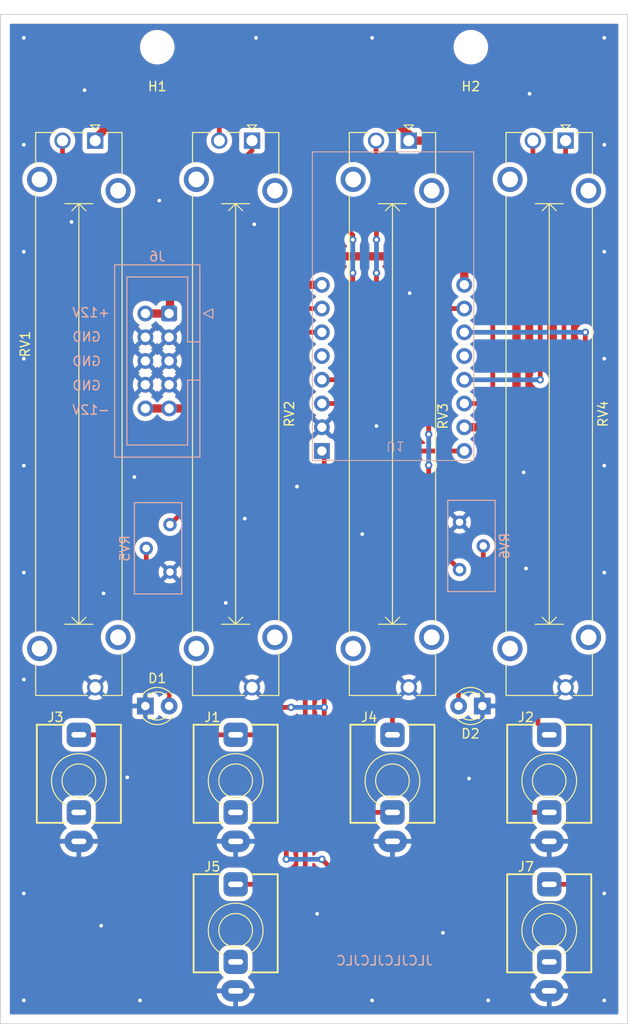
<source format=kicad_pcb>
(kicad_pcb (version 20221018) (generator pcbnew)
  (layers (0 "F.Cu" signal) (31 "B.Cu" signal) (34 "B.Paste" user) (35 "F.Paste" user) (36 "B.SilkS" user "B.Silkscreen") (37 "F.SilkS" user "F.Silkscreen") (38 "B.Mask" user) (39 "F.Mask" user) (44 "Edge.Cuts" user))
  (net 0 "")
  (net 1 "Net-(J1-PadT)")
  (net 2 "GND")
  (net 3 "Net-(J2-PadT)")
  (net 4 "+12V")
  (net 5 "-12V")
  (net 6 "Net-(D1-A)")
  (net 7 "Net-(D2-A)")
  (net 9 "IN_1")
  (net 11 "IN_2")
  (net 12 "OUT_1")
  (net 14 "OUT_2")
  (net 16 "+10V")
  (net 17 "POT_1")
  (net 18 "POT_2")
  (net 19 "CV_1")
  (net 20 "CV_2")
  (net 21 "LED_1")
  (net 22 "LED_2")
  (footprint "MountingHole:MountingHole_3.2mm_M3" (layer "F.Cu") (at 116.78 49.5 180)
    (fp_text reference "H2" (at 0 -4.2 180) (layer "F.SilkS"))
    (fp_text value "MountingHole")
    (pad "" np_thru_hole circle (at 0 0 180) (size 3.2 3.2) (drill 3.2) (layers "*.Cu" "*.Mask"))
  )
  (footprint "Potentiometer_THT:Potentiometer_Bourns_PTA4543_Single_Slide" (layer "F.Cu") (at 126.92 59.5 -90)
    (fp_text reference "RV4" (at 29.25 -4 90) (layer "F.SilkS"))
    (fp_text value "R_Potentiometer")
    (fp_line (start -1.675 -0.5) (end -1.675 0.5) (stroke (width 0.12)) (layer "F.SilkS"))
    (fp_line (start -1.675 0.5) (end -1.175 0) (stroke (width 0.12)) (layer "F.SilkS"))
    (fp_line (start -1.175 0) (end -1.675 -0.5) (stroke (width 0.12)) (layer "F.SilkS"))
    (fp_line (start -0.87 -2.87) (end -0.87 -1.175) (stroke (width 0.12)) (layer "F.SilkS"))
    (fp_line (start -0.87 -2.87) (end 3.715 -2.87) (stroke (width 0.12)) (layer "F.SilkS"))
    (fp_line (start -0.87 1.175) (end -0.87 2.678) (stroke (width 0.12)) (layer "F.SilkS"))
    (fp_line (start -0.87 4.323) (end -0.87 6.37) (stroke (width 0.12)) (layer "F.SilkS"))
    (fp_line (start -0.87 6.37) (end 2.515 6.37) (stroke (width 0.12)) (layer "F.SilkS"))
    (fp_line (start 5.786 6.37) (end 52.715 6.37) (stroke (width 0.12)) (layer "F.SilkS"))
    (fp_line (start 6.75 0.25) (end 6.75 3.25) (stroke (width 0.12)) (layer "F.SilkS"))
    (fp_line (start 6.75 1.75) (end 7.5 2.5) (stroke (width 0.12)) (layer "F.SilkS"))
    (fp_line (start 6.75 1.75) (end 51.75 1.75) (stroke (width 0.12)) (layer "F.SilkS"))
    (fp_line (start 6.986 -2.87) (end 51.515 -2.87) (stroke (width 0.12)) (layer "F.SilkS"))
    (fp_line (start 7.5 1) (end 6.75 1.75) (stroke (width 0.12)) (layer "F.SilkS"))
    (fp_line (start 51 1) (end 51.75 1.75) (stroke (width 0.12)) (layer "F.SilkS"))
    (fp_line (start 51.75 0.25) (end 51.75 3.25) (stroke (width 0.12)) (layer "F.SilkS"))
    (fp_line (start 51.75 1.75) (end 51 2.5) (stroke (width 0.12)) (layer "F.SilkS"))
    (fp_line (start 54.786 -2.87) (end 59.37 -2.87) (stroke (width 0.12)) (layer "F.SilkS"))
    (fp_line (start 55.986 6.37) (end 59.37 6.37) (stroke (width 0.12)) (layer "F.SilkS"))
    (fp_line (start 59.37 -2.87) (end 59.37 -0.823) (stroke (width 0.12)) (layer "F.SilkS"))
    (fp_line (start 59.37 0.823) (end 59.37 6.37) (stroke (width 0.12)) (layer "F.SilkS"))
    (pad "1" thru_hole rect (at 0 0 270) (size 1.75 1.75) (drill 1.2) (layers "*.Cu" "*.Mask") (net 3 "Net-(J2-PadT)"))
    (pad "2" thru_hole circle (at 0 3.5 270) (size 1.75 1.75) (drill 1.2) (layers "*.Cu" "*.Mask") (net 20 "CV_2"))
    (pad "3" thru_hole circle (at 58.5 0 270) (size 1.75 1.75) (drill 1.2) (layers "*.Cu" "*.Mask") (net 2 "GND"))
    (pad "MP" thru_hole circle (at 4.15 5.95 270) (size 2.7 2.7) (drill 1.7) (layers "*.Cu" "*.Mask"))
    (pad "MP" thru_hole circle (at 5.35 -2.45 270) (size 2.7 2.7) (drill 1.7) (layers "*.Cu" "*.Mask"))
    (pad "MP" thru_hole circle (at 53.15 -2.45 270) (size 2.7 2.7) (drill 1.7) (layers "*.Cu" "*.Mask"))
    (pad "MP" thru_hole circle (at 54.35 5.95 270) (size 2.7 2.7) (drill 1.7) (layers "*.Cu" "*.Mask"))
  )
  (footprint "AudioJacks:Jack_3.5mm_QingPu_WQP-PJ398SM_Vertical" (layer "F.Cu") (at 125.17 128)
    (fp_text reference "J2" (at -2.5 -6.8) (layer "F.SilkS"))
    (fp_text value "AudioJack2_SwitchT")
    (fp_line (start -4.5 -6) (end -1.6 -6) (stroke (width 0.2)) (layer "F.SilkS"))
    (fp_line (start -4.5 4.5) (end -4.5 -6) (stroke (width 0.2)) (layer "F.SilkS"))
    (fp_line (start -4.5 4.5) (end -1.5 4.5) (stroke (width 0.2)) (layer "F.SilkS"))
    (fp_line (start 1.5 4.5) (end 4.5 4.5) (stroke (width 0.2)) (layer "F.SilkS"))
    (fp_line (start 1.6 -6) (end 4.5 -6) (stroke (width 0.2)) (layer "F.SilkS"))
    (fp_line (start 4.5 4.5) (end 4.5 -6) (stroke (width 0.2)) (layer "F.SilkS"))
    (fp_arc (start -1.35 2.588577) (mid -2.844222 -0.687251) (end 0 -2.895) (stroke (width 0.12)) (layer "F.SilkS"))
    (fp_arc (start 0 -2.895) (mid 2.844221 -0.687251) (end 1.35 2.588577) (stroke (width 0.12)) (layer "F.SilkS"))
    (fp_circle (center 0 0) (end -1.8 0) (stroke (width 0.12)) (fill none) (layer "F.SilkS"))
    (pad "S" thru_hole oval (at 0 6.48) (size 3.1 2.3) (drill oval 1.6 0.6) (layers "*.Cu" "*.Mask") (net 2 "GND"))
    (pad "T" thru_hole roundrect (at 0 -4.92) (size 2.6 2.6) (drill oval 1.6 0.6) (layers "*.Cu" "*.Mask") (net 3 "Net-(J2-PadT)"))
    (pad "TN" thru_hole roundrect (at 0 3.38) (size 2.6 2.6) (drill oval 1.6 0.6) (layers "*.Cu" "*.Mask") (net 1 "Net-(J1-PadT)"))
  )
  (footprint "Potentiometer_THT:Potentiometer_Bourns_PTA4543_Single_Slide" (layer "F.Cu") (at 76.58 59.5 -90)
    (fp_text reference "RV1" (at 21.78 7.492 90) (layer "F.SilkS"))
    (fp_text value "R_Potentiometer")
    (fp_line (start -1.675 -0.5) (end -1.675 0.5) (stroke (width 0.12)) (layer "F.SilkS"))
    (fp_line (start -1.675 0.5) (end -1.175 0) (stroke (width 0.12)) (layer "F.SilkS"))
    (fp_line (start -1.175 0) (end -1.675 -0.5) (stroke (width 0.12)) (layer "F.SilkS"))
    (fp_line (start -0.87 -2.87) (end -0.87 -1.175) (stroke (width 0.12)) (layer "F.SilkS"))
    (fp_line (start -0.87 -2.87) (end 3.715 -2.87) (stroke (width 0.12)) (layer "F.SilkS"))
    (fp_line (start -0.87 1.175) (end -0.87 2.678) (stroke (width 0.12)) (layer "F.SilkS"))
    (fp_line (start -0.87 4.323) (end -0.87 6.37) (stroke (width 0.12)) (layer "F.SilkS"))
    (fp_line (start -0.87 6.37) (end 2.515 6.37) (stroke (width 0.12)) (layer "F.SilkS"))
    (fp_line (start 5.786 6.37) (end 52.715 6.37) (stroke (width 0.12)) (layer "F.SilkS"))
    (fp_line (start 6.75 0.25) (end 6.75 3.25) (stroke (width 0.12)) (layer "F.SilkS"))
    (fp_line (start 6.75 1.75) (end 7.5 2.5) (stroke (width 0.12)) (layer "F.SilkS"))
    (fp_line (start 6.75 1.75) (end 51.75 1.75) (stroke (width 0.12)) (layer "F.SilkS"))
    (fp_line (start 6.986 -2.87) (end 51.515 -2.87) (stroke (width 0.12)) (layer "F.SilkS"))
    (fp_line (start 7.5 1) (end 6.75 1.75) (stroke (width 0.12)) (layer "F.SilkS"))
    (fp_line (start 51 1) (end 51.75 1.75) (stroke (width 0.12)) (layer "F.SilkS"))
    (fp_line (start 51.75 0.25) (end 51.75 3.25) (stroke (width 0.12)) (layer "F.SilkS"))
    (fp_line (start 51.75 1.75) (end 51 2.5) (stroke (width 0.12)) (layer "F.SilkS"))
    (fp_line (start 54.786 -2.87) (end 59.37 -2.87) (stroke (width 0.12)) (layer "F.SilkS"))
    (fp_line (start 55.986 6.37) (end 59.37 6.37) (stroke (width 0.12)) (layer "F.SilkS"))
    (fp_line (start 59.37 -2.87) (end 59.37 -0.823) (stroke (width 0.12)) (layer "F.SilkS"))
    (fp_line (start 59.37 0.823) (end 59.37 6.37) (stroke (width 0.12)) (layer "F.SilkS"))
    (pad "1" thru_hole rect (at 0 0 270) (size 1.75 1.75) (drill 1.2) (layers "*.Cu" "*.Mask") (net 16 "+10V"))
    (pad "2" thru_hole circle (at 0 3.5 270) (size 1.75 1.75) (drill 1.2) (layers "*.Cu" "*.Mask") (net 17 "POT_1"))
    (pad "3" thru_hole circle (at 58.5 0 270) (size 1.75 1.75) (drill 1.2) (layers "*.Cu" "*.Mask") (net 2 "GND"))
    (pad "MP" thru_hole circle (at 4.15 5.95 270) (size 2.7 2.7) (drill 1.7) (layers "*.Cu" "*.Mask"))
    (pad "MP" thru_hole circle (at 5.35 -2.45 270) (size 2.7 2.7) (drill 1.7) (layers "*.Cu" "*.Mask"))
    (pad "MP" thru_hole circle (at 53.15 -2.45 270) (size 2.7 2.7) (drill 1.7) (layers "*.Cu" "*.Mask"))
    (pad "MP" thru_hole circle (at 54.35 5.95 270) (size 2.7 2.7) (drill 1.7) (layers "*.Cu" "*.Mask"))
  )
  (footprint "LED_THT:LED_D3.0mm" (layer "F.Cu") (at 81.95 120)
    (fp_text reference "D1" (at 1.27 -2.96) (layer "F.SilkS"))
    (fp_text value "LED")
    (fp_line (start -0.29 -1.236) (end -0.29 -1.08) (stroke (width 0.12)) (layer "F.SilkS"))
    (fp_line (start -0.29 1.08) (end -0.29 1.236) (stroke (width 0.12)) (layer "F.SilkS"))
    (fp_arc (start -0.29 -1.235516) (mid 1.366487 -1.987659) (end 2.942335 -1.078608) (stroke (width 0.12)) (layer "F.SilkS"))
    (fp_arc (start 0.229039 -1.08) (mid 1.270117 -1.5) (end 2.31113 -1.079837) (stroke (width 0.12)) (layer "F.SilkS"))
    (fp_arc (start 2.31113 1.079837) (mid 1.270117 1.5) (end 0.229039 1.08) (stroke (width 0.12)) (layer "F.SilkS"))
    (fp_arc (start 2.942335 1.078608) (mid 1.366487 1.987659) (end -0.29 1.235516) (stroke (width 0.12)) (layer "F.SilkS"))
    (pad "1" thru_hole rect (at 0 0) (size 1.8 1.8) (drill 0.9) (layers "*.Cu" "*.Mask") (net 2 "GND"))
    (pad "2" thru_hole circle (at 2.54 0) (size 1.8 1.8) (drill 0.9) (layers "*.Cu" "*.Mask") (net 6 "Net-(D1-A)"))
  )
  (footprint "MountingHole:MountingHole_3.2mm_M3" (layer "F.Cu") (at 83.22 49.5 180)
    (fp_text reference "H1" (at 0 -4.2 180) (layer "F.SilkS"))
    (fp_text value "MountingHole")
    (pad "" np_thru_hole circle (at 0 0 180) (size 3.2 3.2) (drill 3.2) (layers "*.Cu" "*.Mask"))
  )
  (footprint "LED_THT:LED_D3.0mm" (layer "F.Cu") (at 118.01 120 180)
    (fp_text reference "D2" (at 1.27 -2.96) (layer "F.SilkS"))
    (fp_text value "LED")
    (fp_line (start -0.29 -1.236) (end -0.29 -1.08) (stroke (width 0.12)) (layer "F.SilkS"))
    (fp_line (start -0.29 1.08) (end -0.29 1.236) (stroke (width 0.12)) (layer "F.SilkS"))
    (fp_arc (start -0.29 -1.235516) (mid 1.366487 -1.987659) (end 2.942335 -1.078608) (stroke (width 0.12)) (layer "F.SilkS"))
    (fp_arc (start 0.229039 -1.08) (mid 1.270117 -1.5) (end 2.31113 -1.079837) (stroke (width 0.12)) (layer "F.SilkS"))
    (fp_arc (start 2.31113 1.079837) (mid 1.270117 1.5) (end 0.229039 1.08) (stroke (width 0.12)) (layer "F.SilkS"))
    (fp_arc (start 2.942335 1.078608) (mid 1.366487 1.987659) (end -0.29 1.235516) (stroke (width 0.12)) (layer "F.SilkS"))
    (pad "1" thru_hole rect (at 0 0 180) (size 1.8 1.8) (drill 0.9) (layers "*.Cu" "*.Mask") (net 2 "GND"))
    (pad "2" thru_hole circle (at 2.54 0 180) (size 1.8 1.8) (drill 0.9) (layers "*.Cu" "*.Mask") (net 7 "Net-(D2-A)"))
  )
  (footprint "AudioJacks:Jack_3.5mm_QingPu_WQP-PJ398SM_Vertical" (layer "F.Cu") (at 91.61 144)
    (fp_text reference "J5" (at -2.5 -6.8) (layer "F.SilkS"))
    (fp_text value "AudioJack2_SwitchT")
    (fp_line (start -4.5 -6) (end -1.6 -6) (stroke (width 0.2)) (layer "F.SilkS"))
    (fp_line (start -4.5 4.5) (end -4.5 -6) (stroke (width 0.2)) (layer "F.SilkS"))
    (fp_line (start -4.5 4.5) (end -1.5 4.5) (stroke (width 0.2)) (layer "F.SilkS"))
    (fp_line (start 1.5 4.5) (end 4.5 4.5) (stroke (width 0.2)) (layer "F.SilkS"))
    (fp_line (start 1.6 -6) (end 4.5 -6) (stroke (width 0.2)) (layer "F.SilkS"))
    (fp_line (start 4.5 4.5) (end 4.5 -6) (stroke (width 0.2)) (layer "F.SilkS"))
    (fp_arc (start -1.35 2.588577) (mid -2.844222 -0.687251) (end 0 -2.895) (stroke (width 0.12)) (layer "F.SilkS"))
    (fp_arc (start 0 -2.895) (mid 2.844221 -0.687251) (end 1.35 2.588577) (stroke (width 0.12)) (layer "F.SilkS"))
    (fp_circle (center 0 0) (end -1.8 0) (stroke (width 0.12)) (fill none) (layer "F.SilkS"))
    (pad "S" thru_hole oval (at 0 6.48) (size 3.1 2.3) (drill oval 1.6 0.6) (layers "*.Cu" "*.Mask") (net 2 "GND"))
    (pad "T" thru_hole roundrect (at 0 -4.92) (size 2.6 2.6) (drill oval 1.6 0.6) (layers "*.Cu" "*.Mask") (net 12 "OUT_1"))
    (pad "TN" thru_hole roundrect (at 0 3.38) (size 2.6 2.6) (drill oval 1.6 0.6) (layers "*.Cu" "*.Mask"))
  )
  (footprint "AudioJacks:Jack_3.5mm_QingPu_WQP-PJ398SM_Vertical" (layer "F.Cu") (at 125.17 144)
    (fp_text reference "J7" (at -2.5 -6.8) (layer "F.SilkS"))
    (fp_text value "AudioJack2_SwitchT")
    (fp_line (start -4.5 -6) (end -1.6 -6) (stroke (width 0.2)) (layer "F.SilkS"))
    (fp_line (start -4.5 4.5) (end -4.5 -6) (stroke (width 0.2)) (layer "F.SilkS"))
    (fp_line (start -4.5 4.5) (end -1.5 4.5) (stroke (width 0.2)) (layer "F.SilkS"))
    (fp_line (start 1.5 4.5) (end 4.5 4.5) (stroke (width 0.2)) (layer "F.SilkS"))
    (fp_line (start 1.6 -6) (end 4.5 -6) (stroke (width 0.2)) (layer "F.SilkS"))
    (fp_line (start 4.5 4.5) (end 4.5 -6) (stroke (width 0.2)) (layer "F.SilkS"))
    (fp_arc (start -1.35 2.588577) (mid -2.844222 -0.687251) (end 0 -2.895) (stroke (width 0.12)) (layer "F.SilkS"))
    (fp_arc (start 0 -2.895) (mid 2.844221 -0.687251) (end 1.35 2.588577) (stroke (width 0.12)) (layer "F.SilkS"))
    (fp_circle (center 0 0) (end -1.8 0) (stroke (width 0.12)) (fill none) (layer "F.SilkS"))
    (pad "S" thru_hole oval (at 0 6.48) (size 3.1 2.3) (drill oval 1.6 0.6) (layers "*.Cu" "*.Mask") (net 2 "GND"))
    (pad "T" thru_hole roundrect (at 0 -4.92) (size 2.6 2.6) (drill oval 1.6 0.6) (layers "*.Cu" "*.Mask") (net 14 "OUT_2"))
    (pad "TN" thru_hole roundrect (at 0 3.38) (size 2.6 2.6) (drill oval 1.6 0.6) (layers "*.Cu" "*.Mask"))
  )
  (footprint "Potentiometer_THT:Potentiometer_Bourns_PTA4543_Single_Slide" (layer "F.Cu") (at 93.36 59.5 -90)
    (fp_text reference "RV2" (at 29.25 -4 90) (layer "F.SilkS"))
    (fp_text value "R_Potentiometer")
    (fp_line (start -1.675 -0.5) (end -1.675 0.5) (stroke (width 0.12)) (layer "F.SilkS"))
    (fp_line (start -1.675 0.5) (end -1.175 0) (stroke (width 0.12)) (layer "F.SilkS"))
    (fp_line (start -1.175 0) (end -1.675 -0.5) (stroke (width 0.12)) (layer "F.SilkS"))
    (fp_line (start -0.87 -2.87) (end -0.87 -1.175) (stroke (width 0.12)) (layer "F.SilkS"))
    (fp_line (start -0.87 -2.87) (end 3.715 -2.87) (stroke (width 0.12)) (layer "F.SilkS"))
    (fp_line (start -0.87 1.175) (end -0.87 2.678) (stroke (width 0.12)) (layer "F.SilkS"))
    (fp_line (start -0.87 4.323) (end -0.87 6.37) (stroke (width 0.12)) (layer "F.SilkS"))
    (fp_line (start -0.87 6.37) (end 2.515 6.37) (stroke (width 0.12)) (layer "F.SilkS"))
    (fp_line (start 5.786 6.37) (end 52.715 6.37) (stroke (width 0.12)) (layer "F.SilkS"))
    (fp_line (start 6.75 0.25) (end 6.75 3.25) (stroke (width 0.12)) (layer "F.SilkS"))
    (fp_line (start 6.75 1.75) (end 7.5 2.5) (stroke (width 0.12)) (layer "F.SilkS"))
    (fp_line (start 6.75 1.75) (end 51.75 1.75) (stroke (width 0.12)) (layer "F.SilkS"))
    (fp_line (start 6.986 -2.87) (end 51.515 -2.87) (stroke (width 0.12)) (layer "F.SilkS"))
    (fp_line (start 7.5 1) (end 6.75 1.75) (stroke (width 0.12)) (layer "F.SilkS"))
    (fp_line (start 51 1) (end 51.75 1.75) (stroke (width 0.12)) (layer "F.SilkS"))
    (fp_line (start 51.75 0.25) (end 51.75 3.25) (stroke (width 0.12)) (layer "F.SilkS"))
    (fp_line (start 51.75 1.75) (end 51 2.5) (stroke (width 0.12)) (layer "F.SilkS"))
    (fp_line (start 54.786 -2.87) (end 59.37 -2.87) (stroke (width 0.12)) (layer "F.SilkS"))
    (fp_line (start 55.986 6.37) (end 59.37 6.37) (stroke (width 0.12)) (layer "F.SilkS"))
    (fp_line (start 59.37 -2.87) (end 59.37 -0.823) (stroke (width 0.12)) (layer "F.SilkS"))
    (fp_line (start 59.37 0.823) (end 59.37 6.37) (stroke (width 0.12)) (layer "F.SilkS"))
    (pad "1" thru_hole rect (at 0 0 270) (size 1.75 1.75) (drill 1.2) (layers "*.Cu" "*.Mask") (net 1 "Net-(J1-PadT)"))
    (pad "2" thru_hole circle (at 0 3.5 270) (size 1.75 1.75) (drill 1.2) (layers "*.Cu" "*.Mask") (net 19 "CV_1"))
    (pad "3" thru_hole circle (at 58.5 0 270) (size 1.75 1.75) (drill 1.2) (layers "*.Cu" "*.Mask") (net 2 "GND"))
    (pad "MP" thru_hole circle (at 4.15 5.95 270) (size 2.7 2.7) (drill 1.7) (layers "*.Cu" "*.Mask"))
    (pad "MP" thru_hole circle (at 5.35 -2.45 270) (size 2.7 2.7) (drill 1.7) (layers "*.Cu" "*.Mask"))
    (pad "MP" thru_hole circle (at 53.15 -2.45 270) (size 2.7 2.7) (drill 1.7) (layers "*.Cu" "*.Mask"))
    (pad "MP" thru_hole circle (at 54.35 5.95 270) (size 2.7 2.7) (drill 1.7) (layers "*.Cu" "*.Mask"))
  )
  (footprint "Potentiometer_THT:Potentiometer_Bourns_PTA4543_Single_Slide" (layer "F.Cu") (at 110.14 59.5 -90)
    (fp_text reference "RV3" (at 29.486 -3.652 90) (layer "F.SilkS"))
    (fp_text value "R_Potentiometer")
    (fp_line (start -1.675 -0.5) (end -1.675 0.5) (stroke (width 0.12)) (layer "F.SilkS"))
    (fp_line (start -1.675 0.5) (end -1.175 0) (stroke (width 0.12)) (layer "F.SilkS"))
    (fp_line (start -1.175 0) (end -1.675 -0.5) (stroke (width 0.12)) (layer "F.SilkS"))
    (fp_line (start -0.87 -2.87) (end -0.87 -1.175) (stroke (width 0.12)) (layer "F.SilkS"))
    (fp_line (start -0.87 -2.87) (end 3.715 -2.87) (stroke (width 0.12)) (layer "F.SilkS"))
    (fp_line (start -0.87 1.175) (end -0.87 2.678) (stroke (width 0.12)) (layer "F.SilkS"))
    (fp_line (start -0.87 4.323) (end -0.87 6.37) (stroke (width 0.12)) (layer "F.SilkS"))
    (fp_line (start -0.87 6.37) (end 2.515 6.37) (stroke (width 0.12)) (layer "F.SilkS"))
    (fp_line (start 5.786 6.37) (end 52.715 6.37) (stroke (width 0.12)) (layer "F.SilkS"))
    (fp_line (start 6.75 0.25) (end 6.75 3.25) (stroke (width 0.12)) (layer "F.SilkS"))
    (fp_line (start 6.75 1.75) (end 7.5 2.5) (stroke (width 0.12)) (layer "F.SilkS"))
    (fp_line (start 6.75 1.75) (end 51.75 1.75) (stroke (width 0.12)) (layer "F.SilkS"))
    (fp_line (start 6.986 -2.87) (end 51.515 -2.87) (stroke (width 0.12)) (layer "F.SilkS"))
    (fp_line (start 7.5 1) (end 6.75 1.75) (stroke (width 0.12)) (layer "F.SilkS"))
    (fp_line (start 51 1) (end 51.75 1.75) (stroke (width 0.12)) (layer "F.SilkS"))
    (fp_line (start 51.75 0.25) (end 51.75 3.25) (stroke (width 0.12)) (layer "F.SilkS"))
    (fp_line (start 51.75 1.75) (end 51 2.5) (stroke (width 0.12)) (layer "F.SilkS"))
    (fp_line (start 54.786 -2.87) (end 59.37 -2.87) (stroke (width 0.12)) (layer "F.SilkS"))
    (fp_line (start 55.986 6.37) (end 59.37 6.37) (stroke (width 0.12)) (layer "F.SilkS"))
    (fp_line (start 59.37 -2.87) (end 59.37 -0.823) (stroke (width 0.12)) (layer "F.SilkS"))
    (fp_line (start 59.37 0.823) (end 59.37 6.37) (stroke (width 0.12)) (layer "F.SilkS"))
    (pad "1" thru_hole rect (at 0 0 270) (size 1.75 1.75) (drill 1.2) (layers "*.Cu" "*.Mask") (net 16 "+10V"))
    (pad "2" thru_hole circle (at 0 3.5 270) (size 1.75 1.75) (drill 1.2) (layers "*.Cu" "*.Mask") (net 18 "POT_2"))
    (pad "3" thru_hole circle (at 58.5 0 270) (size 1.75 1.75) (drill 1.2) (layers "*.Cu" "*.Mask") (net 2 "GND"))
    (pad "MP" thru_hole circle (at 4.15 5.95 270) (size 2.7 2.7) (drill 1.7) (layers "*.Cu" "*.Mask"))
    (pad "MP" thru_hole circle (at 5.35 -2.45 270) (size 2.7 2.7) (drill 1.7) (layers "*.Cu" "*.Mask"))
    (pad "MP" thru_hole circle (at 53.15 -2.45 270) (size 2.7 2.7) (drill 1.7) (layers "*.Cu" "*.Mask"))
    (pad "MP" thru_hole circle (at 54.35 5.95 270) (size 2.7 2.7) (drill 1.7) (layers "*.Cu" "*.Mask"))
  )
  (footprint "AudioJacks:Jack_3.5mm_QingPu_WQP-PJ398SM_Vertical" (layer "F.Cu") (at 108.39 128)
    (fp_text reference "J4" (at -2.5 -6.8) (layer "F.SilkS"))
    (fp_text value "AudioJack2_SwitchT")
    (fp_line (start -4.5 -6) (end -1.6 -6) (stroke (width 0.2)) (layer "F.SilkS"))
    (fp_line (start -4.5 4.5) (end -4.5 -6) (stroke (width 0.2)) (layer "F.SilkS"))
    (fp_line (start -4.5 4.5) (end -1.5 4.5) (stroke (width 0.2)) (layer "F.SilkS"))
    (fp_line (start 1.5 4.5) (end 4.5 4.5) (stroke (width 0.2)) (layer "F.SilkS"))
    (fp_line (start 1.6 -6) (end 4.5 -6) (stroke (width 0.2)) (layer "F.SilkS"))
    (fp_line (start 4.5 4.5) (end 4.5 -6) (stroke (width 0.2)) (layer "F.SilkS"))
    (fp_arc (start -1.35 2.588577) (mid -2.844222 -0.687251) (end 0 -2.895) (stroke (width 0.12)) (layer "F.SilkS"))
    (fp_arc (start 0 -2.895) (mid 2.844221 -0.687251) (end 1.35 2.588577) (stroke (width 0.12)) (layer "F.SilkS"))
    (fp_circle (center 0 0) (end -1.8 0) (stroke (width 0.12)) (fill none) (layer "F.SilkS"))
    (pad "S" thru_hole oval (at 0 6.48) (size 3.1 2.3) (drill oval 1.6 0.6) (layers "*.Cu" "*.Mask") (net 2 "GND"))
    (pad "T" thru_hole roundrect (at 0 -4.92) (size 2.6 2.6) (drill oval 1.6 0.6) (layers "*.Cu" "*.Mask") (net 11 "IN_2"))
    (pad "TN" thru_hole roundrect (at 0 3.38) (size 2.6 2.6) (drill oval 1.6 0.6) (layers "*.Cu" "*.Mask") (net 9 "IN_1"))
  )
  (footprint "AudioJacks:Jack_3.5mm_QingPu_WQP-PJ398SM_Vertical" (layer "F.Cu") (at 74.83 128)
    (fp_text reference "J3" (at -2.5 -6.8) (layer "F.SilkS"))
    (fp_text value "AudioJack2_SwitchT")
    (fp_line (start -4.5 -6) (end -1.6 -6) (stroke (width 0.2)) (layer "F.SilkS"))
    (fp_line (start -4.5 4.5) (end -4.5 -6) (stroke (width 0.2)) (layer "F.SilkS"))
    (fp_line (start -4.5 4.5) (end -1.5 4.5) (stroke (width 0.2)) (layer "F.SilkS"))
    (fp_line (start 1.5 4.5) (end 4.5 4.5) (stroke (width 0.2)) (layer "F.SilkS"))
    (fp_line (start 1.6 -6) (end 4.5 -6) (stroke (width 0.2)) (layer "F.SilkS"))
    (fp_line (start 4.5 4.5) (end 4.5 -6) (stroke (width 0.2)) (layer "F.SilkS"))
    (fp_arc (start -1.35 2.588577) (mid -2.844222 -0.687251) (end 0 -2.895) (stroke (width 0.12)) (layer "F.SilkS"))
    (fp_arc (start 0 -2.895) (mid 2.844221 -0.687251) (end 1.35 2.588577) (stroke (width 0.12)) (layer "F.SilkS"))
    (fp_circle (center 0 0) (end -1.8 0) (stroke (width 0.12)) (fill none) (layer "F.SilkS"))
    (pad "S" thru_hole oval (at 0 6.48) (size 3.1 2.3) (drill oval 1.6 0.6) (layers "*.Cu" "*.Mask") (net 2 "GND"))
    (pad "T" thru_hole roundrect (at 0 -4.92) (size 2.6 2.6) (drill oval 1.6 0.6) (layers "*.Cu" "*.Mask") (net 9 "IN_1"))
    (pad "TN" thru_hole roundrect (at 0 3.38) (size 2.6 2.6) (drill oval 1.6 0.6) (layers "*.Cu" "*.Mask"))
  )
  (footprint "AudioJacks:Jack_3.5mm_QingPu_WQP-PJ398SM_Vertical" (layer "F.Cu") (at 91.61 128)
    (fp_text reference "J1" (at -2.5 -6.8) (layer "F.SilkS"))
    (fp_text value "AudioJack2_SwitchT")
    (fp_line (start -4.5 -6) (end -1.6 -6) (stroke (width 0.2)) (layer "F.SilkS"))
    (fp_line (start -4.5 4.5) (end -4.5 -6) (stroke (width 0.2)) (layer "F.SilkS"))
    (fp_line (start -4.5 4.5) (end -1.5 4.5) (stroke (width 0.2)) (layer "F.SilkS"))
    (fp_line (start 1.5 4.5) (end 4.5 4.5) (stroke (width 0.2)) (layer "F.SilkS"))
    (fp_line (start 1.6 -6) (end 4.5 -6) (stroke (width 0.2)) (layer "F.SilkS"))
    (fp_line (start 4.5 4.5) (end 4.5 -6) (stroke (width 0.2)) (layer "F.SilkS"))
    (fp_arc (start -1.35 2.588577) (mid -2.844222 -0.687251) (end 0 -2.895) (stroke (width 0.12)) (layer "F.SilkS"))
    (fp_arc (start 0 -2.895) (mid 2.844221 -0.687251) (end 1.35 2.588577) (stroke (width 0.12)) (layer "F.SilkS"))
    (fp_circle (center 0 0) (end -1.8 0) (stroke (width 0.12)) (fill none) (layer "F.SilkS"))
    (pad "S" thru_hole oval (at 0 6.48) (size 3.1 2.3) (drill oval 1.6 0.6) (layers "*.Cu" "*.Mask") (net 2 "GND"))
    (pad "T" thru_hole roundrect (at 0 -4.92) (size 2.6 2.6) (drill oval 1.6 0.6) (layers "*.Cu" "*.Mask") (net 1 "Net-(J1-PadT)"))
    (pad "TN" thru_hole roundrect (at 0 3.38) (size 2.6 2.6) (drill oval 1.6 0.6) (layers "*.Cu" "*.Mask"))
  )
  (footprint "Potentiometer_THT:Potentiometer_Bourns_3296Y_Vertical" (layer "B.Cu") (at 84.582 100.584 90)
    (fp_text reference "RV5" (at -2.55 -4.826 90) (layer "B.SilkS") (effects (justify mirror)))
    (fp_text value "R_Potentiometer_Trim")
    (fp_line (start -7.425 -3.81) (end 2.345 -3.81) (stroke (width 0.12)) (layer "B.SilkS"))
    (fp_line (start -7.425 1.26) (end -7.425 -3.81) (stroke (width 0.12)) (layer "B.SilkS"))
    (fp_line (start -7.425 1.26) (end 2.345 1.26) (stroke (width 0.12)) (layer "B.SilkS"))
    (fp_line (start 2.345 1.26) (end 2.345 -3.81) (stroke (width 0.12)) (layer "B.SilkS"))
    (pad "1" thru_hole circle (at 0 0 90) (size 1.44 1.44) (drill 0.8) (layers "*.Cu" "*.Mask") (net 21 "LED_1"))
    (pad "2" thru_hole circle (at -2.54 -2.54 90) (size 1.44 1.44) (drill 0.8) (layers "*.Cu" "*.Mask") (net 6 "Net-(D1-A)"))
    (pad "3" thru_hole circle (at -5.08 0 90) (size 1.44 1.44) (drill 0.8) (layers "*.Cu" "*.Mask") (net 2 "GND"))
  )
  (footprint "Dans_Eurorack:Electrosmith_2164_VCA" (layer "B.Cu") (at 100.838 92.71)
    (fp_text reference "U1" (at 7.874 -0.508 180 unlocked) (layer "B.SilkS") (effects (font (thickness 0.1)) (justify mirror)))
    (fp_text value "~")
    (fp_rect (start -1.016 1.016) (end 16.256 -32.004) (stroke (width 0.1)) (fill none) (layer "B.SilkS"))
    (pad "1" thru_hole rect (at 0 0) (size 1.7 1.7) (drill 1) (layers "*.Cu" "*.Mask") (net 9 "IN_1"))
    (pad "2" thru_hole circle (at 0 -2.54) (size 1.7 1.7) (drill 1) (layers "*.Cu" "*.Mask") (net 2 "GND"))
    (pad "3" thru_hole circle (at 0 -5.08) (size 1.7 1.7) (drill 1) (layers "*.Cu" "*.Mask") (net 17 "POT_1"))
    (pad "4" thru_hole circle (at 0 -7.62) (size 1.7 1.7) (drill 1) (layers "*.Cu" "*.Mask") (net 19 "CV_1"))
    (pad "5" thru_hole circle (at 0 -10.16) (size 1.7 1.7) (drill 1) (layers "*.Cu" "*.Mask"))
    (pad "6" thru_hole circle (at 0 -12.7) (size 1.7 1.7) (drill 1) (layers "*.Cu" "*.Mask") (net 12 "OUT_1"))
    (pad "7" thru_hole circle (at 0 -15.24) (size 1.7 1.7) (drill 1) (layers "*.Cu" "*.Mask") (net 21 "LED_1"))
    (pad "8" thru_hole circle (at 0 -17.78) (size 1.7 1.7) (drill 1) (layers "*.Cu" "*.Mask") (net 5 "-12V"))
    (pad "9" thru_hole circle (at 15.24 -17.78) (size 1.7 1.7) (drill 1) (layers "*.Cu" "*.Mask") (net 4 "+12V"))
    (pad "10" thru_hole circle (at 15.24 -15.24) (size 1.7 1.7) (drill 1) (layers "*.Cu" "*.Mask") (net 22 "LED_2"))
    (pad "11" thru_hole circle (at 15.24 -12.7) (size 1.7 1.7) (drill 1) (layers "*.Cu" "*.Mask") (net 14 "OUT_2"))
    (pad "12" thru_hole circle (at 15.24 -10.16) (size 1.7 1.7) (drill 1) (layers "*.Cu" "*.Mask"))
    (pad "13" thru_hole circle (at 15.24 -7.62) (size 1.7 1.7) (drill 1) (layers "*.Cu" "*.Mask") (net 20 "CV_2"))
    (pad "14" thru_hole circle (at 15.24 -5.08) (size 1.7 1.7) (drill 1) (layers "*.Cu" "*.Mask") (net 18 "POT_2"))
    (pad "15" thru_hole circle (at 15.24 -2.54) (size 1.7 1.7) (drill 1) (layers "*.Cu" "*.Mask") (net 16 "+10V"))
    (pad "16" thru_hole circle (at 15.24 0) (size 1.7 1.7) (drill 1) (layers "*.Cu" "*.Mask") (net 11 "IN_2"))
  )
  (footprint "Connector_IDC:IDC-Header_2x05_P2.54mm_Vertical" (layer "B.Cu") (at 84.49 78 180)
    (fp_text reference "J6" (at 1.27 6.1) (layer "B.SilkS") (effects (justify mirror)))
    (fp_text value "Conn_02x05_Odd_Even")
    (fp_line (start -4.68 -0.5) (end -3.68 0) (stroke (width 0.12)) (layer "B.SilkS"))
    (fp_line (start -4.68 0.5) (end -4.68 -0.5) (stroke (width 0.12)) (layer "B.SilkS"))
    (fp_line (start -3.68 0) (end -4.68 0.5) (stroke (width 0.12)) (layer "B.SilkS"))
    (fp_line (start -3.29 -15.37) (end -3.29 5.21) (stroke (width 0.12)) (layer "B.SilkS"))
    (fp_line (start -3.29 -3.03) (end -1.98 -3.03) (stroke (width 0.12)) (layer "B.SilkS"))
    (fp_line (start -3.29 5.21) (end 5.83 5.21) (stroke (width 0.12)) (layer "B.SilkS"))
    (fp_line (start -1.98 -14.07) (end -1.98 -7.13) (stroke (width 0.12)) (layer "B.SilkS"))
    (fp_line (start -1.98 -7.13) (end -3.29 -7.13) (stroke (width 0.12)) (layer "B.SilkS"))
    (fp_line (start -1.98 -7.13) (end -1.98 -7.13) (stroke (width 0.12)) (layer "B.SilkS"))
    (fp_line (start -1.98 -3.03) (end -1.98 3.91) (stroke (width 0.12)) (layer "B.SilkS"))
    (fp_line (start -1.98 3.91) (end 4.52 3.91) (stroke (width 0.12)) (layer "B.SilkS"))
    (fp_line (start 4.52 -14.07) (end -1.98 -14.07) (stroke (width 0.12)) (layer "B.SilkS"))
    (fp_line (start 4.52 3.91) (end 4.52 -14.07) (stroke (width 0.12)) (layer "B.SilkS"))
    (fp_line (start 5.83 -15.37) (end -3.29 -15.37) (stroke (width 0.12)) (layer "B.SilkS"))
    (fp_line (start 5.83 5.21) (end 5.83 -15.37) (stroke (width 0.12)) (layer "B.SilkS"))
    (pad "1" thru_hole roundrect (at 0 0 180) (size 1.7 1.7) (drill 1) (layers "*.Cu" "*.Mask") (roundrect_rratio 0.1470588235) (net 4 "+12V"))
    (pad "2" thru_hole circle (at 2.54 0 180) (size 1.7 1.7) (drill 1) (layers "*.Cu" "*.Mask") (net 4 "+12V"))
    (pad "3" thru_hole circle (at 0 -2.54 180) (size 1.7 1.7) (drill 1) (layers "*.Cu" "*.Mask") (net 2 "GND"))
    (pad "4" thru_hole circle (at 2.54 -2.54 180) (size 1.7 1.7) (drill 1) (layers "*.Cu" "*.Mask") (net 2 "GND"))
    (pad "5" thru_hole circle (at 0 -5.08 180) (size 1.7 1.7) (drill 1) (layers "*.Cu" "*.Mask") (net 2 "GND"))
    (pad "6" thru_hole circle (at 2.54 -5.08 180) (size 1.7 1.7) (drill 1) (layers "*.Cu" "*.Mask") (net 2 "GND"))
    (pad "7" thru_hole circle (at 0 -7.62 180) (size 1.7 1.7) (drill 1) (layers "*.Cu" "*.Mask") (net 2 "GND"))
    (pad "8" thru_hole circle (at 2.54 -7.62 180) (size 1.7 1.7) (drill 1) (layers "*.Cu" "*.Mask") (net 2 "GND"))
    (pad "9" thru_hole circle (at 0 -10.16 180) (size 1.7 1.7) (drill 1) (layers "*.Cu" "*.Mask") (net 5 "-12V"))
    (pad "10" thru_hole circle (at 2.54 -10.16 180) (size 1.7 1.7) (drill 1) (layers "*.Cu" "*.Mask") (net 5 "-12V"))
  )
  (footprint "Potentiometer_THT:Potentiometer_Bourns_3296Y_Vertical" (layer "B.Cu") (at 115.57 105.41 -90)
    (fp_text reference "RV6" (at -2.54 -4.831 90) (layer "B.SilkS") (effects (justify mirror)))
    (fp_text value "R_Potentiometer_Trim")
    (fp_line (start -7.425 -3.81) (end 2.345 -3.81) (stroke (width 0.12)) (layer "B.SilkS"))
    (fp_line (start -7.425 1.26) (end -7.425 -3.81) (stroke (width 0.12)) (layer "B.SilkS"))
    (fp_line (start -7.425 1.26) (end 2.345 1.26) (stroke (width 0.12)) (layer "B.SilkS"))
    (fp_line (start 2.345 1.26) (end 2.345 -3.81) (stroke (width 0.12)) (layer "B.SilkS"))
    (pad "1" thru_hole circle (at 0 0 270) (size 1.44 1.44) (drill 0.8) (layers "*.Cu" "*.Mask") (net 22 "LED_2"))
    (pad "2" thru_hole circle (at -2.54 -2.54 270) (size 1.44 1.44) (drill 0.8) (layers "*.Cu" "*.Mask") (net 7 "Net-(D2-A)"))
    (pad "3" thru_hole circle (at -5.08 0 270) (size 1.44 1.44) (drill 0.8) (layers "*.Cu" "*.Mask") (net 2 "GND"))
  )
  (gr_rect (start 66.44 46) (end 133.56 154) (stroke (width 0.1)) (fill none) (layer "Edge.Cuts"))
  (gr_text "GND" (at 77.279619 86.2965) (layer "B.SilkS") (effects (font (size 1 1)) (justify left bottom mirror)))
  (gr_text "-12V" (at 78.232 88.9) (layer "B.SilkS") (effects (font (size 1 1)) (justify left bottom mirror)))
  (gr_text "+12V" (at 78.232 78.486) (layer "B.SilkS") (effects (font (size 1 1)) (justify left bottom mirror)))
  (gr_text "GND" (at 77.279619 81.0895) (layer "B.SilkS") (effects (font (size 1 1)) (justify left bottom mirror)))
  (gr_text "JLCJLCJLCJLC" (at 112.776 147.828) (layer "B.SilkS") (effects (font (size 1 1)) (justify left bottom mirror)))
  (gr_text "GND" (at 77.279619 83.693) (layer "B.SilkS") (effects (font (size 1 1)) (justify left bottom mirror)))
  (segment (start 74.422 74.168) (end 74.422 115.57) (width 0.508) (layer "F.Cu") (net 1))
  (segment (start 121.35 131.38) (end 125.17 131.38) (width 0.508) (layer "F.Cu") (net 1))
  (segment (start 91.694 62.23) (end 91.694 64.77) (width 0.508) (layer "F.Cu") (net 1))
  (segment (start 91.186 122.656) (end 91.61 123.08) (width 0.508) (layer "F.Cu") (net 1))
  (segment (start 101.6 137.16) (end 102.616 138.176) (width 0.508) (layer "F.Cu") (net 1))
  (segment (start 79.248 69.342) (end 74.422 74.168) (width 0.508) (layer "F.Cu") (net 1))
  (segment (start 83.312 127) (end 84.836 125.476) (width 0.508) (layer "F.Cu") (net 1))
  (segment (start 91.72 123.19) (end 91.61 123.08) (width 0.508) (layer "F.Cu") (net 1))
  (segment (start 83.312 136.144) (end 83.312 127) (width 0.508) (layer "F.Cu") (net 1))
  (segment (start 93.36 59.5) (end 93.36 60.564) (width 0.508) (layer "F.Cu") (net 1))
  (segment (start 88.756 123.08) (end 91.61 123.08) (width 0.508) (layer "F.Cu") (net 1))
  (segment (start 91.61 123.08) (end 95.394 123.08) (width 0.508) (layer "F.Cu") (net 1))
  (segment (start 93.36 60.564) (end 91.694 62.23) (width 0.508) (layer "F.Cu") (net 1))
  (segment (start 74.422 115.57) (end 69.596 120.396) (width 0.508) (layer "F.Cu") (net 1))
  (segment (start 91.694 64.77) (end 87.122 69.342) (width 0.508) (layer "F.Cu") (net 1))
  (segment (start 102.616 138.176) (end 114.554 138.176) (width 0.508) (layer "F.Cu") (net 1))
  (segment (start 87.122 69.342) (end 79.248 69.342) (width 0.508) (layer "F.Cu") (net 1))
  (segment (start 86.36 125.476) (end 88.756 123.08) (width 0.508) (layer "F.Cu") (net 1))
  (segment (start 101.6 137.16) (end 100.838 136.398) (width 0.508) (layer "F.Cu") (net 1))
  (segment (start 81.788 137.668) (end 83.312 136.144) (width 0.508) (layer "F.Cu") (net 1))
  (segment (start 84.836 125.476) (end 86.36 125.476) (width 0.508) (layer "F.Cu") (net 1))
  (segment (start 97.028 136.398) (end 97.028 124.714) (width 0.508) (layer "F.Cu") (net 1))
  (segment (start 69.596 136.398) (end 70.866 137.668) (width 0.508) (layer "F.Cu") (net 1))
  (segment (start 70.866 137.668) (end 81.788 137.668) (width 0.508) (layer "F.Cu") (net 1))
  (segment (start 69.596 120.396) (end 69.596 136.398) (width 0.508) (layer "F.Cu") (net 1))
  (segment (start 95.394 123.08) (end 97.028 124.714) (width 0.508) (layer "F.Cu") (net 1))
  (segment (start 114.554 138.176) (end 121.35 131.38) (width 0.508) (layer "F.Cu") (net 1))
  (via (at 100.838 136.398) (size 0.8) (drill 0.4) (layers "F.Cu" "B.Cu") (net 1))
  (via (at 97.028 136.398) (size 0.8) (drill 0.4) (layers "F.Cu" "B.Cu") (net 1))
  (segment (start 100.838 136.398) (end 97.028 136.398) (width 0.508) (layer "B.Cu") (net 1))
  (via (at 68.94 82.833332) (size 0.8) (drill 0.4) (layers "F.Cu" "B.Cu") (net 2))
  (via (at 98.171 96.52) (size 0.8) (drill 0.4) (layers "F.Cu" "B.Cu") (net 2))
  (via (at 131.06 82.833332) (size 0.8) (drill 0.4) (layers "F.Cu" "B.Cu") (net 2))
  (via (at 68.94 48.5) (size 0.8) (drill 0.4) (layers "F.Cu" "B.Cu") (net 2))
  (via (at 68.94 117.166664) (size 0.8) (drill 0.4) (layers "F.Cu" "B.Cu") (net 2))
  (via (at 80.772 95.504) (size 0.8) (drill 0.4) (layers "F.Cu" "B.Cu") (net 2))
  (via (at 131.06 94.277776) (size 0.8) (drill 0.4) (layers "F.Cu" "B.Cu") (net 2))
  (via (at 68.94 105.72222) (size 0.8) (drill 0.4) (layers "F.Cu" "B.Cu") (net 2))
  (via (at 131.06 140.055552) (size 0.8) (drill 0.4) (layers "F.Cu" "B.Cu") (net 2))
  (via (at 131.06 151.5) (size 0.8) (drill 0.4) (layers "F.Cu" "B.Cu") (net 2))
  (via (at 131.06 71.388888) (size 0.8) (drill 0.4) (layers "F.Cu" "B.Cu") (net 2))
  (via (at 77.216 143.51) (size 0.8) (drill 0.4) (layers "F.Cu" "B.Cu") (net 2))
  (via (at 123.063 54.483) (size 0.8) (drill 0.4) (layers "F.Cu" "B.Cu") (net 2))
  (via (at 90.551 108.966) (size 0.8) (drill 0.4) (layers "F.Cu" "B.Cu") (net 2))
  (via (at 110.236 75.819) (size 0.8) (drill 0.4) (layers "F.Cu" "B.Cu") (net 2))
  (via (at 92.583 99.949) (size 0.8) (drill 0.4) (layers "F.Cu" "B.Cu") (net 2))
  (via (at 118.636 151.5) (size 0.8) (drill 0.4) (layers "F.Cu" "B.Cu") (net 2))
  (via (at 68.94 151.5) (size 0.8) (drill 0.4) (layers "F.Cu" "B.Cu") (net 2))
  (via (at 106.212 151.5) (size 0.8) (drill 0.4) (layers "F.Cu" "B.Cu") (net 2))
  (via (at 106.212 48.5) (size 0.8) (drill 0.4) (layers "F.Cu" "B.Cu") (net 2))
  (via (at 93.788 48.5) (size 0.8) (drill 0.4) (layers "F.Cu" "B.Cu") (net 2))
  (via (at 68.94 94.277776) (size 0.8) (drill 0.4) (layers "F.Cu" "B.Cu") (net 2))
  (via (at 68.94 140.055552) (size 0.8) (drill 0.4) (layers "F.Cu" "B.Cu") (net 2))
  (via (at 131.06 48.5) (size 0.8) (drill 0.4) (layers "F.Cu" "B.Cu") (net 2))
  (via (at 131.06 59.944444) (size 0.8) (drill 0.4) (layers "F.Cu" "B.Cu") (net 2))
  (via (at 75.438 54.102) (size 0.8) (drill 0.4) (layers "F.Cu" "B.Cu") (net 2))
  (via (at 68.94 71.388888) (size 0.8) (drill 0.4) (layers "F.Cu" "B.Cu") (net 2))
  (via (at 77.47 107.95) (size 0.8) (drill 0.4) (layers "F.Cu" "B.Cu") (net 2))
  (via (at 100.33 142.24) (size 0.8) (drill 0.4) (layers "F.Cu" "B.Cu") (net 2))
  (via (at 106.68 90.043) (size 0.8) (drill 0.4) (layers "F.Cu" "B.Cu") (net 2))
  (via (at 122.428 94.996) (size 0.8) (drill 0.4) (layers "F.Cu" "B.Cu") (net 2))
  (via (at 68.94 59.944444) (size 0.8) (drill 0.4) (layers "F.Cu" "B.Cu") (net 2))
  (via (at 131.06 105.72222) (size 0.8) (drill 0.4) (layers "F.Cu" "B.Cu") (net 2))
  (via (at 105.156 101.6) (size 0.8) (drill 0.4) (layers "F.Cu" "B.Cu") (net 2))
  (via (at 93.599 68.453) (size 0.8) (drill 0.4) (layers "F.Cu" "B.Cu") (net 2))
  (via (at 83.439 65.913) (size 0.8) (drill 0.4) (layers "F.Cu" "B.Cu") (net 2))
  (via (at 80.01 127.635) (size 0.8) (drill 0.4) (layers "F.Cu" "B.Cu") (net 2))
  (via (at 122.682 105.283) (size 0.8) (drill 0.4) (layers "F.Cu" "B.Cu") (net 2))
  (via (at 81.364 151.5) (size 0.8) (drill 0.4) (layers "F.Cu" "B.Cu") (net 2))
  (via (at 74.041 68.199) (size 0.8) (drill 0.4) (layers "F.Cu" "B.Cu") (net 2))
  (via (at 116.586 127.762) (size 0.8) (drill 0.4) (layers "F.Cu" "B.Cu") (net 2))
  (via (at 113.792 144.272) (size 0.8) (drill 0.4) (layers "F.Cu" "B.Cu") (net 2))
  (segment (start 123.952 121.862) (end 125.17 123.08) (width 0.508) (layer "F.Cu") (net 3))
  (segment (start 126.92 61.294) (end 126.238 61.976) (width 0.508) (layer "F.Cu") (net 3))
  (segment (start 126.746 69.342) (end 126.746 107.95) (width 0.508) (layer "F.Cu") (net 3))
  (segment (start 126.92 59.5) (end 127 59.58) (width 0.508) (layer "F.Cu") (net 3))
  (segment (start 126.92 59.5) (end 126.92 61.294) (width 0.508) (layer "F.Cu") (net 3))
  (segment (start 126.238 68.834) (end 126.746 69.342) (width 0.508) (layer "F.Cu") (net 3))
  (segment (start 126.746 107.95) (end 123.952 110.744) (width 0.508) (layer "F.Cu") (net 3))
  (segment (start 123.952 110.744) (end 123.952 121.862) (width 0.508) (layer "F.Cu") (net 3))
  (segment (start 126.238 61.976) (end 126.238 68.834) (width 0.508) (layer "F.Cu") (net 3))
  (segment (start 116.078 74.93) (end 116.078 72.898) (width 0.889) (layer "F.Cu") (net 4))
  (segment (start 84.582 77.908) (end 84.49 78) (width 0.889) (layer "F.Cu") (net 4))
  (segment (start 86.106 71.882) (end 84.582 73.406) (width 0.889) (layer "F.Cu") (net 4))
  (segment (start 115.062 71.882) (end 86.106 71.882) (width 0.889) (layer "F.Cu") (net 4))
  (segment (start 116.078 72.898) (end 115.062 71.882) (width 0.889) (layer "F.Cu") (net 4))
  (segment (start 84.582 73.406) (end 84.582 77.908) (width 0.889) (layer "F.Cu") (net 4))
  (segment (start 84.49 78) (end 81.95 78) (width 0.889) (layer "F.Cu") (net 4))
  (segment (start 87.1 88.16) (end 84.49 88.16) (width 0.889) (layer "F.Cu") (net 5))
  (segment (start 100.838 74.93) (end 88.9 74.93) (width 0.889) (layer "F.Cu") (net 5))
  (segment (start 81.95 88.16) (end 84.49 88.16) (width 0.889) (layer "F.Cu") (net 5))
  (segment (start 88.138 75.692) (end 88.138 87.122) (width 0.889) (layer "F.Cu") (net 5))
  (segment (start 88.138 87.122) (end 87.1 88.16) (width 0.889) (layer "F.Cu") (net 5))
  (segment (start 88.9 74.93) (end 88.138 75.692) (width 0.889) (layer "F.Cu") (net 5))
  (segment (start 84.49 117.256) (end 83.058 115.824) (width 0.508) (layer "F.Cu") (net 6))
  (segment (start 82.042 103.124) (end 82.042 109.22) (width 0.508) (layer "F.Cu") (net 6))
  (segment (start 84.49 120) (end 84.49 117.256) (width 0.508) (layer "F.Cu") (net 6))
  (segment (start 83.058 110.236) (end 83.058 115.824) (width 0.508) (layer "F.Cu") (net 6))
  (segment (start 82.042 109.22) (end 83.058 110.236) (width 0.508) (layer "F.Cu") (net 6))
  (segment (start 118.11 112.014) (end 118.11 102.87) (width 0.508) (layer "F.Cu") (net 7))
  (segment (start 115.47 114.654) (end 118.11 112.014) (width 0.508) (layer "F.Cu") (net 7))
  (segment (start 115.47 120) (end 115.47 114.654) (width 0.508) (layer "F.Cu") (net 7))
  (segment (start 102.932 131.38) (end 101.092 129.54) (width 0.508) (layer "F.Cu") (net 9))
  (segment (start 97.536 120.142) (end 86.868 120.142) (width 0.508) (layer "F.Cu") (net 9))
  (segment (start 108.39 131.38) (end 102.932 131.38) (width 0.508) (layer "F.Cu") (net 9))
  (segment (start 100.838 92.71) (end 101.092 92.964) (width 0.508) (layer "F.Cu") (net 9))
  (segment (start 86.106 122.174) (end 85.2 123.08) (width 0.508) (layer "F.Cu") (net 9))
  (segment (start 101.092 129.54) (end 101.092 120.142) (width 0.508) (layer "F.Cu") (net 9))
  (segment (start 85.2 123.08) (end 74.83 123.08) (width 0.508) (layer "F.Cu") (net 9))
  (segment (start 101.092 92.964) (end 101.092 120.142) (width 0.508) (layer "F.Cu") (net 9))
  (segment (start 86.868 120.142) (end 86.106 120.904) (width 0.508) (layer "F.Cu") (net 9))
  (segment (start 86.106 120.904) (end 86.106 122.174) (width 0.508) (layer "F.Cu") (net 9))
  (via (at 97.536 120.142) (size 0.8) (drill 0.4) (layers "F.Cu" "B.Cu") (net 9))
  (via (at 101.092 120.142) (size 0.8) (drill 0.4) (layers "F.Cu" "B.Cu") (net 9))
  (segment (start 101.092 120.142) (end 97.536 120.142) (width 0.508) (layer "B.Cu") (net 9))
  (segment (start 108.39 94.048) (end 108.39 123.08) (width 0.508) (layer "F.Cu") (net 11))
  (segment (start 109.728 92.71) (end 108.39 94.048) (width 0.508) (layer "F.Cu") (net 11))
  (segment (start 116.078 92.71) (end 109.728 92.71) (width 0.508) (layer "F.Cu") (net 11))
  (segment (start 99.06 108.458) (end 99.06 138.176) (width 0.508) (layer "F.Cu") (net 12))
  (segment (start 95.758 105.156) (end 99.06 108.458) (width 0.508) (layer "F.Cu") (net 12))
  (segment (start 96.774 80.01) (end 95.758 81.026) (width 0.508) (layer "F.Cu") (net 12))
  (segment (start 99.06 138.176) (end 98.156 139.08) (width 0.508) (layer "F.Cu") (net 12))
  (segment (start 100.838 80.01) (end 96.774 80.01) (width 0.508) (layer "F.Cu") (net 12))
  (segment (start 95.758 81.026) (end 95.758 105.156) (width 0.508) (layer "F.Cu") (net 12))
  (segment (start 98.156 139.08) (end 91.61 139.08) (width 0.508) (layer "F.Cu") (net 12))
  (segment (start 130.556 118.11) (end 130.556 137.922) (width 0.508) (layer "F.Cu") (net 14))
  (segment (start 126.492 114.046) (end 130.556 118.11) (width 0.508) (layer "F.Cu") (net 14))
  (segment (start 126.492 111.506) (end 126.492 114.046) (width 0.508) (layer "F.Cu") (net 14))
  (segment (start 130.556 137.922) (end 129.398 139.08) (width 0.508) (layer "F.Cu") (net 14))
  (segment (start 129.032 108.966) (end 126.492 111.506) (width 0.508) (layer "F.Cu") (net 14))
  (segment (start 129.032 80.01) (end 129.032 108.966) (width 0.508) (layer "F.Cu") (net 14))
  (segment (start 129.398 139.08) (end 125.17 139.08) (width 0.508) (layer "F.Cu") (net 14))
  (via (at 129.032 80.01) (size 0.8) (drill 0.4) (layers "F.Cu" "B.Cu") (net 14))
  (segment (start 116.078 80.01) (end 129.032 80.01) (width 0.508) (layer "B.Cu") (net 14))
  (segment (start 116.332 63.246) (end 112.586 59.5) (width 0.889) (layer "F.Cu") (net 16))
  (segment (start 116.078 90.17) (end 120.142 90.17) (width 0.889) (layer "F.Cu") (net 16))
  (segment (start 110.14 59.5) (end 110.14 58.832) (width 0.889) (layer "F.Cu") (net 16))
  (segment (start 76.58 59.31) (end 76.58 59.5) (width 0.889) (layer "F.Cu") (net 16))
  (segment (start 104.902 53.594) (end 82.296 53.594) (width 0.889) (layer "F.Cu") (net 16))
  (segment (start 121.666 70.485) (end 116.332 65.151) (width 0.889) (layer "F.Cu") (net 16))
  (segment (start 120.142 90.17) (end 121.666 88.646) (width 0.889) (layer "F.Cu") (net 16))
  (segment (start 82.296 53.594) (end 76.58 59.31) (width 0.889) (layer "F.Cu") (net 16))
  (segment (start 116.332 65.151) (end 116.332 63.246) (width 0.889) (layer "F.Cu") (net 16))
  (segment (start 121.666 88.646) (end 121.666 70.485) (width 0.889) (layer "F.Cu") (net 16))
  (segment (start 112.586 59.5) (end 110.14 59.5) (width 0.889) (layer "F.Cu") (net 16))
  (segment (start 110.14 58.832) (end 104.902 53.594) (width 0.889) (layer "F.Cu") (net 16))
  (segment (start 100.838 87.63) (end 104.14 87.63) (width 0.508) (layer "F.Cu") (net 17))
  (segment (start 89.154 55.372) (end 99.314 55.372) (width 0.508) (layer "F.Cu") (net 17))
  (segment (start 99.314 55.372) (end 101.092 57.15) (width 0.508) (layer "F.Cu") (net 17))
  (segment (start 73.08 60.888) (end 74.168 61.976) (width 0.508) (layer "F.Cu") (net 17))
  (segment (start 101.092 65.30975) (end 102.07625 66.294) (width 0.508) (layer "F.Cu") (net 17))
  (segment (start 104.14 87.63) (end 106.68 85.09) (width 0.508) (layer "F.Cu") (net 17))
  (segment (start 101.092 57.15) (end 101.092 65.30975) (width 0.508) (layer "F.Cu") (net 17))
  (segment (start 73.08 59.5) (end 73.08 60.888) (width 0.508) (layer "F.Cu") (net 17))
  (segment (start 82.55 61.976) (end 89.154 55.372) (width 0.508) (layer "F.Cu") (net 17))
  (segment (start 74.168 61.976) (end 82.55 61.976) (width 0.508) (layer "F.Cu") (net 17))
  (segment (start 106.68 85.09) (end 106.68 73.66) (width 0.508) (layer "F.Cu") (net 17))
  (segment (start 106.68 68.58) (end 106.68 70.104) (width 0.508) (layer "F.Cu") (net 17))
  (segment (start 102.07625 66.294) (end 104.394 66.294) (width 0.508) (layer "F.Cu") (net 17))
  (segment (start 106.68 73.66) (end 106.68 73.914) (width 0.508) (layer "F.Cu") (net 17))
  (segment (start 104.394 66.294) (end 106.68 68.58) (width 0.508) (layer "F.Cu") (net 17))
  (via (at 106.68 70.104) (size 0.8) (drill 0.4) (layers "F.Cu" "B.Cu") (net 17))
  (via (at 106.68 73.66) (size 0.8) (drill 0.4) (layers "F.Cu" "B.Cu") (net 17))
  (segment (start 106.68 70.104) (end 106.68 73.66) (width 0.508) (layer "B.Cu") (net 17))
  (segment (start 115.824 68.834) (end 111.252 68.834) (width 0.508) (layer "F.Cu") (net 18))
  (segment (start 108.204 65.786) (end 108.204 62.484) (width 0.508) (layer "F.Cu") (net 18))
  (segment (start 118.618 87.63) (end 119.126 87.122) (width 0.508) (layer "F.Cu") (net 18))
  (segment (start 111.252 68.834) (end 108.204 65.786) (width 0.508) (layer "F.Cu") (net 18))
  (segment (start 116.078 87.63) (end 118.618 87.63) (width 0.508) (layer "F.Cu") (net 18))
  (segment (start 119.126 87.122) (end 119.126 72.136) (width 0.508) (layer "F.Cu") (net 18))
  (segment (start 119.126 72.136) (end 115.824 68.834) (width 0.508) (layer "F.Cu") (net 18))
  (segment (start 106.64 60.92) (end 106.64 59.5) (width 0.508) (layer "F.Cu") (net 18))
  (segment (start 108.204 62.484) (end 106.64 60.92) (width 0.508) (layer "F.Cu") (net 18))
  (segment (start 89.86 57.968) (end 90.932 56.896) (width 0.508) (layer "F.Cu") (net 19))
  (segment (start 90.932 56.896) (end 97.79 56.896) (width 0.508) (layer "F.Cu") (net 19))
  (segment (start 104.14 84.074) (end 104.14 73.66) (width 0.508) (layer "F.Cu") (net 19))
  (segment (start 104.14 69.596) (end 104.14 70.104) (width 0.508) (layer "F.Cu") (net 19))
  (segment (start 98.806 66.04) (end 101.346 68.58) (width 0.508) (layer "F.Cu") (net 19))
  (segment (start 101.346 68.58) (end 103.124 68.58) (width 0.508) (layer "F.Cu") (net 19))
  (segment (start 97.79 56.896) (end 98.806 57.912) (width 0.508) (layer "F.Cu") (net 19))
  (segment (start 103.124 85.09) (end 104.14 84.074) (width 0.508) (layer "F.Cu") (net 19))
  (segment (start 89.86 59.5) (end 89.86 57.968) (width 0.508) (layer "F.Cu") (net 19))
  (segment (start 103.124 68.58) (end 104.14 69.596) (width 0.508) (layer "F.Cu") (net 19))
  (segment (start 100.838 85.09) (end 103.124 85.09) (width 0.508) (layer "F.Cu") (net 19))
  (segment (start 98.806 57.912) (end 98.806 66.04) (width 0.508) (layer "F.Cu") (net 19))
  (via (at 104.14 73.66) (size 0.8) (drill 0.4) (layers "F.Cu" "B.Cu") (net 19))
  (via (at 104.14 70.104) (size 0.8) (drill 0.4) (layers "F.Cu" "B.Cu") (net 19))
  (segment (start 104.14 73.66) (end 104.14 70.104) (width 0.508) (layer "B.Cu") (net 19))
  (segment (start 123.42 61.19) (end 124.206 61.976) (width 0.508) (layer "F.Cu") (net 20))
  (segment (start 123.42 59.5) (end 123.42 61.19) (width 0.508) (layer "F.Cu") (net 20))
  (segment (start 124.206 61.976) (end 124.206 85.09) (width 0.508) (layer "F.Cu") (net 20))
  (via (at 124.206 85.09) (size 0.8) (drill 0.4) (layers "F.Cu" "B.Cu") (net 20))
  (segment (start 124.206 85.09) (end 116.078 85.09) (width 0.508) (layer "B.Cu") (net 20))
  (segment (start 92.964 77.47) (end 91.948 78.486) (width 0.508) (layer "F.Cu") (net 21))
  (segment (start 91.948 78.486) (end 91.948 93.218) (width 0.508) (layer "F.Cu") (net 21))
  (segment (start 91.948 93.218) (end 84.582 100.584) (width 0.508) (layer "F.Cu") (net 21))
  (segment (start 100.838 77.47) (end 92.964 77.47) (width 0.508) (layer "F.Cu") (net 21))
  (segment (start 116.078 77.47) (end 113.03 77.47) (width 0.508) (layer "F.Cu") (net 22))
  (segment (start 112.268 78.232) (end 112.268 90.932) (width 0.508) (layer "F.Cu") (net 22))
  (segment (start 113.03 77.47) (end 112.268 78.232) (width 0.508) (layer "F.Cu") (net 22))
  (segment (start 112.268 102.108) (end 115.57 105.41) (width 0.508) (layer "F.Cu") (net 22))
  (segment (start 112.268 94.234) (end 112.268 102.108) (width 0.508) (layer "F.Cu") (net 22))
  (via (at 112.268 94.234) (size 0.8) (drill 0.4) (layers "F.Cu" "B.Cu") (net 22))
  (via (at 112.268 90.932) (size 0.8) (drill 0.4) (layers "F.Cu" "B.Cu") (net 22))
  (segment (start 112.268 90.932) (end 112.268 94.234) (width 0.508) (layer "B.Cu") (net 22))
  (zone (net 2) (net_name "GND") (layers "F&B.Cu") (connect_pads (clearance 0.5)) (min_thickness 0.25) (fill yes (thermal_gap 0.5) (thermal_bridge_width 0.5))
    (polygon (pts (xy 67.44 47) (xy 132.56 47) (xy 132.56 153) (xy 67.44 153)))
  )
)
</source>
